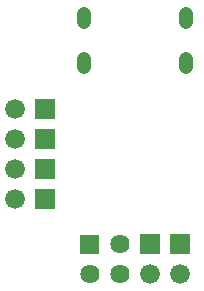
<source format=gbs>
G04 Layer: BottomSolderMaskLayer*
G04 EasyEDA v6.4.19.5, 2021-06-07T17:49:31+02:00*
G04 02fad353412f469a856546c9d14cec11,563db0ff5b334ec4995e7372edb549dc,10*
G04 Gerber Generator version 0.2*
G04 Scale: 100 percent, Rotated: No, Reflected: No *
G04 Dimensions in millimeters *
G04 leading zeros omitted , absolute positions ,4 integer and 5 decimal *
%FSLAX45Y45*%
%MOMM*%

%ADD28C,1.2016*%
%ADD36C,1.6256*%
%ADD37R,1.6764X1.6764*%
%ADD38C,1.6764*%

%LPD*%
D28*
X1472895Y7720050D02*
G01*
X1472895Y7790050D01*
X2336901Y7720050D02*
G01*
X2336901Y7790050D01*
X1472895Y8100034D02*
G01*
X1472895Y8170034D01*
X2336901Y8100034D02*
G01*
X2336901Y8170034D01*
G36*
X1442720Y6141720D02*
G01*
X1442720Y6304279D01*
X1605279Y6304279D01*
X1605279Y6141720D01*
G37*
D36*
G01*
X1778000Y6223000D03*
G01*
X1524000Y5969000D03*
G01*
X1778000Y5969000D03*
D37*
G01*
X1143000Y7366000D03*
D38*
G01*
X889000Y7366000D03*
D37*
G01*
X1143000Y7112000D03*
D38*
G01*
X889000Y7112000D03*
D37*
G01*
X1143000Y6858000D03*
D38*
G01*
X889000Y6858000D03*
D37*
G01*
X1143000Y6604000D03*
D38*
G01*
X889000Y6604000D03*
G36*
X1948179Y6139179D02*
G01*
X1948179Y6306820D01*
X2115820Y6306820D01*
X2115820Y6139179D01*
G37*
G01*
X2032000Y5969000D03*
G36*
X2202179Y6139179D02*
G01*
X2202179Y6306820D01*
X2369820Y6306820D01*
X2369820Y6139179D01*
G37*
G01*
X2286000Y5969000D03*
M02*

</source>
